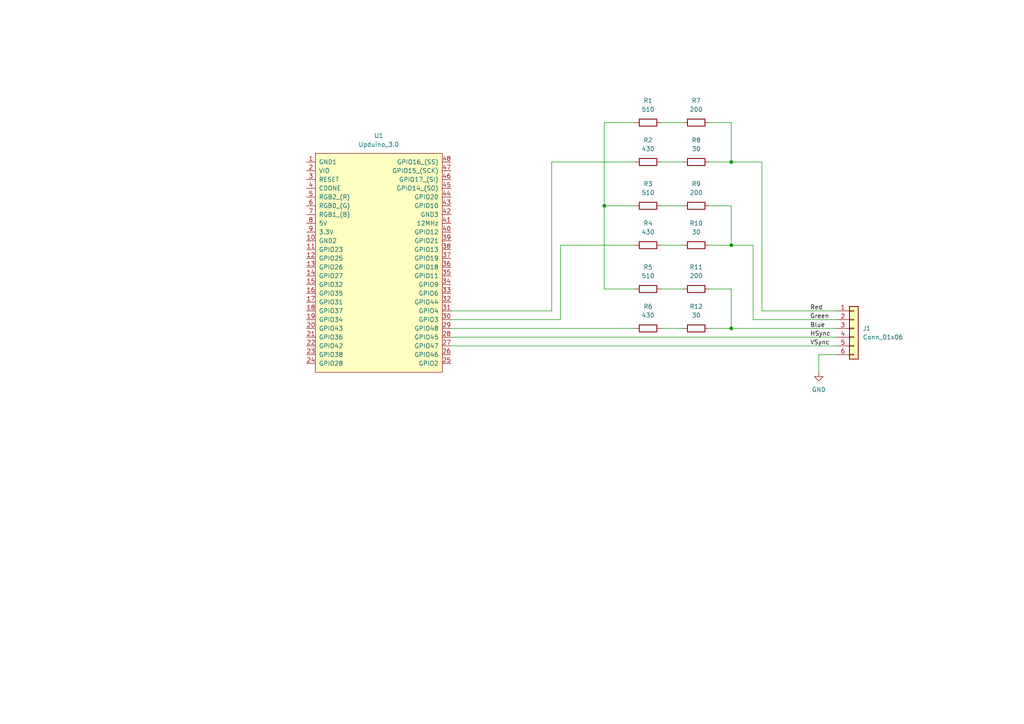
<source format=kicad_sch>
(kicad_sch (version 20231120) (generator "eeschema") (generator_version "8.0")
  (paper "A4")
  (lib_symbols
    (symbol "Connector_Generic:Conn_01x06" (pin_names (offset 1.016) hide)
      (property "Reference" "J" (at 0 7.62 0))
      (property "Value" "Conn_01x06" (at 0 -10.16 0))
      (symbol "Conn_01x06_1_1"
        (rectangle (start -1.27 -7.493) (end 0 -7.747) (stroke (width 0.1524)))
        (rectangle (start -1.27 -4.953) (end 0 -5.207) (stroke (width 0.1524)))
        (rectangle (start -1.27 -2.413) (end 0 -2.667) (stroke (width 0.1524)))
        (rectangle (start -1.27 0.127) (end 0 -0.127) (stroke (width 0.1524)))
        (rectangle (start -1.27 2.667) (end 0 2.413) (stroke (width 0.1524)))
        (rectangle (start -1.27 5.207) (end 0 4.953) (stroke (width 0.1524)))
        (rectangle (start -1.27 6.35) (end 1.27 -8.89) (stroke (width 0.254)) (fill (type background)))
        (pin passive line (at -5.08 5.08 0) (length 3.81) (name "Pin_1") (number "1"))
        (pin passive line (at -5.08 2.54 0) (length 3.81) (name "Pin_2") (number "2"))
        (pin passive line (at -5.08 0 0) (length 3.81) (name "Pin_3") (number "3"))
        (pin passive line (at -5.08 -2.54 0) (length 3.81) (name "Pin_4") (number "4"))
        (pin passive line (at -5.08 -5.08 0) (length 3.81) (name "Pin_5") (number "5"))
        (pin passive line (at -5.08 -7.62 0) (length 3.81) (name "Pin_6") (number "6"))
      )
    )
    (symbol "Device:R" (pin_numbers hide) (pin_names (offset 0))
      (property "Reference" "R" (at 2.032 0 90))
      (property "Value" "R" (at 0 0 90))
      (symbol "R_0_1"
        (rectangle (start -1.016 -2.54) (end 1.016 2.54) (stroke (width 0.254)))
      )
      (symbol "R_1_1"
        (pin passive line (at 0 3.81 270) (length 1.27) (name "~") (number "1"))
        (pin passive line (at 0 -3.81 90) (length 1.27) (name "~") (number "2"))
      )
    )
    (symbol "Upduino_3.0:Upduino_3.0" (pin_names (offset 1.016))
      (property "Reference" "U" (at 0 -1.27 0))
      (property "Value" "Upduino_3.0" (at 0 1.27 0))
      (symbol "Upduino_3.0_0_1"
        (rectangle (start -19.05 -2.54) (end 17.78 -66.04) (fill (type background)))
      )
      (symbol "Upduino_3.0_1_1"
        (pin power_in line (at -21.59 -5.08 0) (length 2.54) (name "GND1") (number "1"))
        (pin power_in line (at -21.59 -27.94 0) (length 2.54) (name "GND2") (number "10"))
        (pin bidirectional line (at -21.59 -30.48 0) (length 2.54) (name "GPIO23") (number "11"))
        (pin bidirectional line (at -21.59 -33.02 0) (length 2.54) (name "GPIO25") (number "12"))
        (pin bidirectional line (at -21.59 -35.56 0) (length 2.54) (name "GPIO26") (number "13"))
        (pin bidirectional line (at -21.59 -38.1 0) (length 2.54) (name "GPIO27") (number "14"))
        (pin bidirectional line (at -21.59 -40.64 0) (length 2.54) (name "GPIO32") (number "15"))
        (pin bidirectional line (at -21.59 -43.18 0) (length 2.54) (name "GPIO35") (number "16"))
        (pin bidirectional line (at -21.59 -45.72 0) (length 2.54) (name "GPIO31") (number "17"))
        (pin bidirectional line (at -21.59 -48.26 0) (length 2.54) (name "GPIO37") (number "18"))
        (pin bidirectional line (at -21.59 -50.8 0) (length 2.54) (name "GPIO34") (number "19"))
        (pin power_in line (at -21.59 -7.62 0) (length 2.54) (name "VIO") (number "2"))
        (pin bidirectional line (at -21.59 -53.34 0) (length 2.54) (name "GPIO43") (number "20"))
        (pin bidirectional line (at -21.59 -55.88 0) (length 2.54) (name "GPIO36") (number "21"))
        (pin bidirectional line (at -21.59 -58.42 0) (length 2.54) (name "GPIO42") (number "22"))
        (pin bidirectional line (at -21.59 -60.96 0) (length 2.54) (name "GPIO38") (number "23"))
        (pin bidirectional line (at -21.59 -63.5 0) (length 2.54) (name "GPIO28") (number "24"))
        (pin bidirectional line (at 20.32 -63.5 180) (length 2.54) (name "GPIO2") (number "25"))
        (pin bidirectional line (at 20.32 -60.96 180) (length 2.54) (name "GPIO46") (number "26"))
        (pin bidirectional line (at 20.32 -58.42 180) (length 2.54) (name "GPIO47") (number "27"))
        (pin bidirectional line (at 20.32 -55.88 180) (length 2.54) (name "GPIO45") (number "28"))
        (pin bidirectional line (at 20.32 -53.34 180) (length 2.54) (name "GPIO48") (number "29"))
        (pin bidirectional line (at -21.59 -10.16 0) (length 2.54) (name "RESET") (number "3"))
        (pin bidirectional line (at 20.32 -50.8 180) (length 2.54) (name "GPIO3") (number "30"))
        (pin bidirectional line (at 20.32 -48.26 180) (length 2.54) (name "GPIO4") (number "31"))
        (pin bidirectional line (at 20.32 -45.72 180) (length 2.54) (name "GPIO44") (number "32"))
        (pin bidirectional line (at 20.32 -43.18 180) (length 2.54) (name "GPIO6") (number "33"))
        (pin bidirectional line (at 20.32 -40.64 180) (length 2.54) (name "GPIO9") (number "34"))
        (pin bidirectional line (at 20.32 -38.1 180) (length 2.54) (name "GPIO11") (number "35"))
        (pin bidirectional line (at 20.32 -35.56 180) (length 2.54) (name "GPIO18") (number "36"))
        (pin bidirectional line (at 20.32 -33.02 180) (length 2.54) (name "GPIO19") (number "37"))
        (pin bidirectional line (at 20.32 -30.48 180) (length 2.54) (name "GPIO13") (number "38"))
        (pin bidirectional line (at 20.32 -27.94 180) (length 2.54) (name "GPIO21") (number "39"))
        (pin bidirectional line (at -21.59 -12.7 0) (length 2.54) (name "CDONE") (number "4"))
        (pin bidirectional line (at 20.32 -25.4 180) (length 2.54) (name "GPIO12") (number "40"))
        (pin output line (at 20.32 -22.86 180) (length 2.54) (name "12MHz") (number "41"))
        (pin power_in line (at 20.32 -20.32 180) (length 2.54) (name "GND3") (number "42"))
        (pin bidirectional line (at 20.32 -17.78 180) (length 2.54) (name "GPIO10") (number "43"))
        (pin bidirectional line (at 20.32 -15.24 180) (length 2.54) (name "GPIO20") (number "44"))
        (pin bidirectional line (at 20.32 -12.7 180) (length 2.54) (name "GPIO14_(SO)") (number "45"))
        (pin bidirectional line (at 20.32 -10.16 180) (length 2.54) (name "GPIO17_(SI)") (number "46"))
        (pin bidirectional line (at 20.32 -7.62 180) (length 2.54) (name "GPIO15_(SCK)") (number "47"))
        (pin bidirectional line (at 20.32 -5.08 180) (length 2.54) (name "GPIO16_(SS)") (number "48"))
        (pin output line (at -21.59 -15.24 0) (length 2.54) (name "RGB2_(R)") (number "5"))
        (pin output line (at -21.59 -17.78 0) (length 2.54) (name "RGB0_(G)") (number "6"))
        (pin output line (at -21.59 -20.32 0) (length 2.54) (name "RGB1_(B)") (number "7"))
        (pin power_in line (at -21.59 -22.86 0) (length 2.54) (name "5V") (number "8"))
        (pin power_out line (at -21.59 -25.4 0) (length 2.54) (name "3.3V") (number "9"))
      )
    )
    (symbol "power:GND" (power) (pin_numbers hide) (pin_names (offset 0) hide)
      (property "Value" "GND" (at 0 -3.81 0))
      (symbol "GND_0_1"
        (polyline (pts (xy 0 0) (xy 0 -1.27) (xy 1.27 -1.27) (xy 0 -2.54) (xy -1.27 -1.27) (xy 0 -1.27)))
      )
      (symbol "GND_1_1"
        (pin power_in line (at 0 0 270) (length 0) (name "~") (number "1"))
      )
    )
  )
  (junction (at 212.09 71.12))
  (junction (at 212.09 95.25))
  (junction (at 212.09 46.99))
  (junction (at 175.26 59.69))
  (wire (pts (xy 175.26 35.56) (xy 184.15 35.56)))
  (wire (pts (xy 218.44 92.71) (xy 242.57 92.71)))
  (wire (pts (xy 130.81 100.33) (xy 242.57 100.33)))
  (wire (pts (xy 212.09 46.99) (xy 205.74 46.99)))
  (wire (pts (xy 237.49 102.87) (xy 237.49 107.95)))
  (wire (pts (xy 175.26 83.82) (xy 175.26 59.69)))
  (wire (pts (xy 212.09 35.56) (xy 212.09 46.99)))
  (wire (pts (xy 191.77 35.56) (xy 198.12 35.56)))
  (wire (pts (xy 212.09 71.12) (xy 205.74 71.12)))
  (wire (pts (xy 184.15 83.82) (xy 175.26 83.82)))
  (wire (pts (xy 191.77 83.82) (xy 198.12 83.82)))
  (wire (pts (xy 191.77 71.12) (xy 198.12 71.12)))
  (wire (pts (xy 191.77 59.69) (xy 198.12 59.69)))
  (wire (pts (xy 212.09 71.12) (xy 218.44 71.12)))
  (wire (pts (xy 160.02 46.99) (xy 184.15 46.99)))
  (wire (pts (xy 212.09 59.69) (xy 212.09 71.12)))
  (wire (pts (xy 212.09 95.25) (xy 242.57 95.25)))
  (wire (pts (xy 191.77 46.99) (xy 198.12 46.99)))
  (wire (pts (xy 212.09 95.25) (xy 205.74 95.25)))
  (wire (pts (xy 130.81 95.25) (xy 184.15 95.25)))
  (wire (pts (xy 162.56 71.12) (xy 184.15 71.12)))
  (wire (pts (xy 218.44 71.12) (xy 218.44 92.71)))
  (wire (pts (xy 242.57 102.87) (xy 237.49 102.87)))
  (wire (pts (xy 130.81 97.79) (xy 242.57 97.79)))
  (wire (pts (xy 212.09 83.82) (xy 212.09 95.25)))
  (wire (pts (xy 205.74 83.82) (xy 212.09 83.82)))
  (wire (pts (xy 205.74 59.69) (xy 212.09 59.69)))
  (wire (pts (xy 205.74 35.56) (xy 212.09 35.56)))
  (wire (pts (xy 212.09 46.99) (xy 220.98 46.99)))
  (wire (pts (xy 175.26 35.56) (xy 175.26 59.69)))
  (wire (pts (xy 130.81 90.17) (xy 160.02 90.17)))
  (wire (pts (xy 220.98 46.99) (xy 220.98 90.17)))
  (wire (pts (xy 160.02 90.17) (xy 160.02 46.99)))
  (wire (pts (xy 220.98 90.17) (xy 242.57 90.17)))
  (wire (pts (xy 184.15 59.69) (xy 175.26 59.69)))
  (wire (pts (xy 191.77 95.25) (xy 198.12 95.25)))
  (wire (pts (xy 130.81 92.71) (xy 162.56 92.71)))
  (wire (pts (xy 162.56 71.12) (xy 162.56 92.71)))
  (label "VSync" (at 234.95 100.33 0))
  (label "Green" (at 234.95 92.71 0))
  (label "HSync" (at 234.95 97.79 0))
  (label "Red" (at 234.95 90.17 0))
  (label "Blue" (at 234.95 95.25 0))
  (symbol (lib_id "Upduino_3.0:Upduino_3.0") (at 110.49 41.91 0) (unit 1)
    (property "Reference" "U1" (at 109.855 39.37 0))
    (property "Value" "Upduino_3.0" (at 109.855 41.91 0))
  )
  (symbol (lib_id "Device:R") (at 187.96 46.99 90) (unit 1)
    (property "Reference" "R2" (at 187.96 40.64 90))
    (property "Value" "430" (at 187.96 43.18 90))
    (property "Description" "Resistor" (effects (hide yes)))
  )
  (symbol (lib_id "Device:R") (at 187.96 59.69 90) (unit 1)
    (property "Reference" "R3" (at 187.96 53.34 90))
    (property "Value" "510" (at 187.96 55.88 90))
    (property "Description" "Resistor" (effects (hide yes)))
  )
  (symbol (lib_id "Device:R") (at 187.96 35.56 90) (unit 1)
    (property "Reference" "R1" (at 187.96 29.21 90))
    (property "Value" "510" (at 187.96 31.75 90))
    (property "Description" "Resistor" (effects (hide yes)))
  )
  (symbol (lib_id "Device:R") (at 201.93 83.82 90) (unit 1)
    (property "Reference" "R11" (at 201.93 77.47 90))
    (property "Value" "200" (at 201.93 80.01 90))
    (property "Description" "Resistor" (effects (hide yes)))
  )
  (symbol (lib_id "Device:R") (at 201.93 71.12 90) (unit 1)
    (property "Reference" "R10" (at 201.93 64.77 90))
    (property "Value" "30" (at 201.93 67.31 90))
    (property "Description" "Resistor" (effects (hide yes)))
  )
  (symbol (lib_id "Device:R") (at 187.96 95.25 90) (unit 1)
    (property "Reference" "R6" (at 187.96 88.9 90))
    (property "Value" "430" (at 187.96 91.44 90))
    (property "Description" "Resistor" (effects (hide yes)))
  )
  (symbol (lib_id "Device:R") (at 201.93 46.99 90) (unit 1)
    (property "Reference" "R8" (at 201.93 40.64 90))
    (property "Value" "30" (at 201.93 43.18 90))
    (property "Description" "Resistor" (effects (hide yes)))
  )
  (symbol (lib_id "Device:R") (at 201.93 59.69 90) (unit 1)
    (property "Reference" "R9" (at 201.93 53.34 90))
    (property "Value" "200" (at 201.93 55.88 90))
    (property "Description" "Resistor" (effects (hide yes)))
  )
  (symbol (lib_id "Device:R") (at 201.93 95.25 90) (unit 1)
    (property "Reference" "R12" (at 201.93 88.9 90))
    (property "Value" "30" (at 201.93 91.44 90))
    (property "Description" "Resistor" (effects (hide yes)))
  )
  (symbol (lib_id "Connector_Generic:Conn_01x06") (at 247.65 95.25 0) (unit 1)
    (property "Reference" "J1" (at 250.19 95.2499 0) (effects (justify left)))
    (property "Value" "Conn_01x06" (at 250.19 97.7899 0) (effects (justify left)))
    (property "Description" "Generic connector, single row, 01x06, script generated (kicad-library-utils/schlib/autogen/connector/)" (effects (hide yes)))
  )
  (symbol (lib_id "Device:R") (at 187.96 83.82 90) (unit 1)
    (property "Reference" "R5" (at 187.96 77.47 90))
    (property "Value" "510" (at 187.96 80.01 90))
    (property "Description" "Resistor" (effects (hide yes)))
  )
  (symbol (lib_id "Device:R") (at 201.93 35.56 90) (unit 1)
    (property "Reference" "R7" (at 201.93 29.21 90))
    (property "Value" "200" (at 201.93 31.75 90))
    (property "Description" "Resistor" (effects (hide yes)))
  )
  (symbol (lib_id "power:GND") (at 237.49 107.95 0) (unit 1)
    (property "Reference" "#PWR01" (effects (hide yes)))
    (property "Value" "GND" (at 237.49 113.03 0))
    (property "Description" "Power symbol creates a global label with name \"GND\" , ground" (effects (hide yes)))
  )
  (symbol (lib_id "Device:R") (at 187.96 71.12 90) (unit 1)
    (property "Reference" "R4" (at 187.96 64.77 90))
    (property "Value" "430" (at 187.96 67.31 90))
    (property "Description" "Resistor" (effects (hide yes)))
  )
)
</source>
